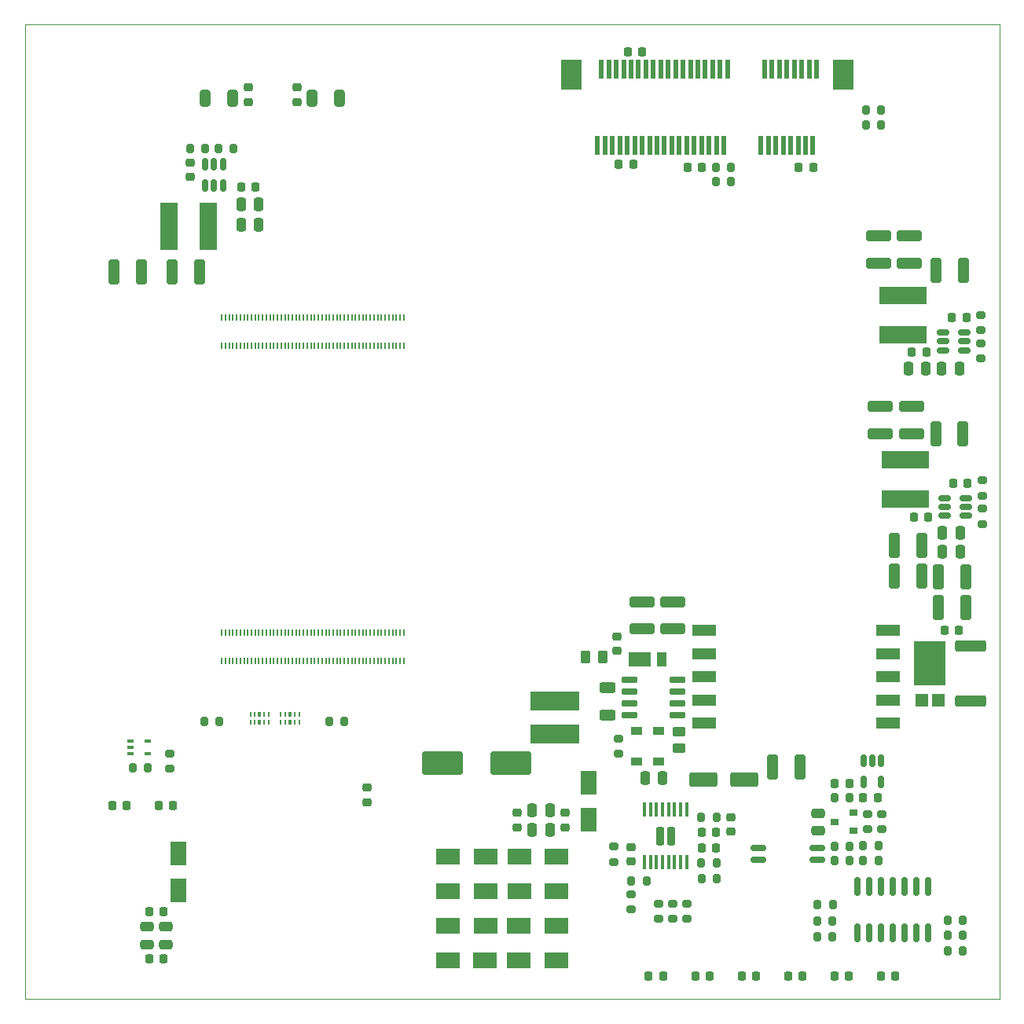
<source format=gbr>
G04 #@! TF.GenerationSoftware,KiCad,Pcbnew,5.99.0-unknown-50e22de3ba~107~ubuntu20.04.1*
G04 #@! TF.CreationDate,2021-01-25T09:59:02-06:00*
G04 #@! TF.ProjectId,AP3500,41503335-3030-42e6-9b69-6361645f7063,rev?*
G04 #@! TF.SameCoordinates,Original*
G04 #@! TF.FileFunction,Paste,Top*
G04 #@! TF.FilePolarity,Positive*
%FSLAX46Y46*%
G04 Gerber Fmt 4.6, Leading zero omitted, Abs format (unit mm)*
G04 Created by KiCad (PCBNEW 5.99.0-unknown-50e22de3ba~107~ubuntu20.04.1) date 2021-01-25 09:59:02*
%MOMM*%
%LPD*%
G01*
G04 APERTURE LIST*
G04 Aperture macros list*
%AMRoundRect*
0 Rectangle with rounded corners*
0 $1 Rounding radius*
0 $2 $3 $4 $5 $6 $7 $8 $9 X,Y pos of 4 corners*
0 Add a 4 corners polygon primitive as box body*
4,1,4,$2,$3,$4,$5,$6,$7,$8,$9,$2,$3,0*
0 Add four circle primitives for the rounded corners*
1,1,$1+$1,$2,$3*
1,1,$1+$1,$4,$5*
1,1,$1+$1,$6,$7*
1,1,$1+$1,$8,$9*
0 Add four rect primitives between the rounded corners*
20,1,$1+$1,$2,$3,$4,$5,0*
20,1,$1+$1,$4,$5,$6,$7,0*
20,1,$1+$1,$6,$7,$8,$9,0*
20,1,$1+$1,$8,$9,$2,$3,0*%
G04 Aperture macros list end*
G04 #@! TA.AperFunction,Profile*
%ADD10C,0.100000*%
G04 #@! TD*
%ADD11R,0.600000X2.000000*%
%ADD12R,2.300000X3.200000*%
%ADD13RoundRect,0.200000X-0.275000X0.200000X-0.275000X-0.200000X0.275000X-0.200000X0.275000X0.200000X0*%
%ADD14RoundRect,0.200000X-0.200000X-0.275000X0.200000X-0.275000X0.200000X0.275000X-0.200000X0.275000X0*%
%ADD15RoundRect,0.218750X-0.218750X-0.256250X0.218750X-0.256250X0.218750X0.256250X-0.218750X0.256250X0*%
%ADD16RoundRect,0.225000X-0.225000X-0.250000X0.225000X-0.250000X0.225000X0.250000X-0.225000X0.250000X0*%
%ADD17R,1.800000X2.500000*%
%ADD18RoundRect,0.250000X-0.250000X-0.475000X0.250000X-0.475000X0.250000X0.475000X-0.250000X0.475000X0*%
%ADD19RoundRect,0.250000X-0.325000X-1.100000X0.325000X-1.100000X0.325000X1.100000X-0.325000X1.100000X0*%
%ADD20RoundRect,0.150000X-0.150000X0.825000X-0.150000X-0.825000X0.150000X-0.825000X0.150000X0.825000X0*%
%ADD21RoundRect,0.200000X0.275000X-0.200000X0.275000X0.200000X-0.275000X0.200000X-0.275000X-0.200000X0*%
%ADD22RoundRect,0.150000X0.662500X0.150000X-0.662500X0.150000X-0.662500X-0.150000X0.662500X-0.150000X0*%
%ADD23RoundRect,0.200000X0.200000X0.275000X-0.200000X0.275000X-0.200000X-0.275000X0.200000X-0.275000X0*%
%ADD24R,2.500000X1.800000*%
%ADD25R,1.200000X0.900000*%
%ADD26R,5.100000X1.900000*%
%ADD27RoundRect,0.225000X0.250000X-0.225000X0.250000X0.225000X-0.250000X0.225000X-0.250000X-0.225000X0*%
%ADD28RoundRect,0.250000X-0.450000X0.262500X-0.450000X-0.262500X0.450000X-0.262500X0.450000X0.262500X0*%
%ADD29R,0.900000X0.800000*%
%ADD30RoundRect,0.250000X-0.475000X0.250000X-0.475000X-0.250000X0.475000X-0.250000X0.475000X0.250000X0*%
%ADD31RoundRect,0.150000X-0.512500X-0.150000X0.512500X-0.150000X0.512500X0.150000X-0.512500X0.150000X0*%
%ADD32RoundRect,0.225000X0.225000X0.250000X-0.225000X0.250000X-0.225000X-0.250000X0.225000X-0.250000X0*%
%ADD33RoundRect,0.150000X-0.725000X-0.150000X0.725000X-0.150000X0.725000X0.150000X-0.725000X0.150000X0*%
%ADD34RoundRect,0.250000X0.325000X1.100000X-0.325000X1.100000X-0.325000X-1.100000X0.325000X-1.100000X0*%
%ADD35RoundRect,0.218750X0.256250X-0.218750X0.256250X0.218750X-0.256250X0.218750X-0.256250X-0.218750X0*%
%ADD36RoundRect,0.050000X-0.050000X0.232500X-0.050000X-0.232500X0.050000X-0.232500X0.050000X0.232500X0*%
%ADD37RoundRect,0.033400X-0.066600X0.249100X-0.066600X-0.249100X0.066600X-0.249100X0.066600X0.249100X0*%
%ADD38RoundRect,0.050050X-0.124950X0.232450X-0.124950X-0.232450X0.124950X-0.232450X0.124950X0.232450X0*%
%ADD39RoundRect,0.225000X-0.250000X0.225000X-0.250000X-0.225000X0.250000X-0.225000X0.250000X0.225000X0*%
%ADD40RoundRect,0.250000X1.100000X-0.325000X1.100000X0.325000X-1.100000X0.325000X-1.100000X-0.325000X0*%
%ADD41R,2.400000X1.500000*%
%ADD42R,1.050000X1.500000*%
%ADD43R,1.900000X5.100000*%
%ADD44RoundRect,0.150000X-0.150000X0.512500X-0.150000X-0.512500X0.150000X-0.512500X0.150000X0.512500X0*%
%ADD45RoundRect,0.250000X1.950000X1.000000X-1.950000X1.000000X-1.950000X-1.000000X1.950000X-1.000000X0*%
%ADD46RoundRect,0.250000X-1.425000X0.362500X-1.425000X-0.362500X1.425000X-0.362500X1.425000X0.362500X0*%
%ADD47RoundRect,0.250000X0.325000X0.650000X-0.325000X0.650000X-0.325000X-0.650000X0.325000X-0.650000X0*%
%ADD48R,5.300000X2.000000*%
%ADD49RoundRect,0.250000X-0.262500X-0.450000X0.262500X-0.450000X0.262500X0.450000X-0.262500X0.450000X0*%
%ADD50R,0.200000X0.700000*%
%ADD51RoundRect,0.250000X-0.325000X-0.650000X0.325000X-0.650000X0.325000X0.650000X-0.325000X0.650000X0*%
%ADD52RoundRect,0.150000X0.150000X-0.512500X0.150000X0.512500X-0.150000X0.512500X-0.150000X-0.512500X0*%
%ADD53RoundRect,0.250000X0.475000X-0.250000X0.475000X0.250000X-0.475000X0.250000X-0.475000X-0.250000X0*%
%ADD54RoundRect,0.250000X-1.250000X-0.550000X1.250000X-0.550000X1.250000X0.550000X-1.250000X0.550000X0*%
%ADD55R,3.360000X4.860000*%
%ADD56R,1.390000X1.400000*%
%ADD57RoundRect,0.250000X0.250000X0.475000X-0.250000X0.475000X-0.250000X-0.475000X0.250000X-0.475000X0*%
%ADD58R,2.500000X1.300000*%
%ADD59RoundRect,0.250000X0.625000X-0.312500X0.625000X0.312500X-0.625000X0.312500X-0.625000X-0.312500X0*%
%ADD60R,0.650000X0.400000*%
%ADD61RoundRect,0.232500X0.232500X-0.757500X0.232500X0.757500X-0.232500X0.757500X-0.232500X-0.757500X0*%
%ADD62RoundRect,0.100000X0.100000X-0.687500X0.100000X0.687500X-0.100000X0.687500X-0.100000X-0.687500X0*%
%ADD63RoundRect,0.218750X0.218750X0.256250X-0.218750X0.256250X-0.218750X-0.256250X0.218750X-0.256250X0*%
G04 APERTURE END LIST*
D10*
X105000000Y0D02*
X105000000Y-105000000D01*
X0Y0D02*
X105000000Y0D01*
X0Y-105000000D02*
X105000000Y-105000000D01*
X0Y-105000000D02*
X0Y0D01*
D11*
X85306800Y-4797800D03*
X84906800Y-12997800D03*
X84506800Y-4797800D03*
X84106800Y-12997800D03*
X83706800Y-4797800D03*
X83306800Y-12997800D03*
X82906800Y-4797800D03*
X82506800Y-12997800D03*
X82106800Y-4797800D03*
X81706800Y-12997800D03*
X81306800Y-4797800D03*
X80906800Y-12997800D03*
X80506800Y-4797800D03*
X80106800Y-12997800D03*
X79706800Y-4797800D03*
X79306800Y-12997800D03*
X75706800Y-4797800D03*
X75306800Y-12997800D03*
X74906800Y-4797800D03*
X74506800Y-12997800D03*
X74106800Y-4797800D03*
X73706800Y-12997800D03*
X73306800Y-4797800D03*
X72906800Y-12997800D03*
X72506800Y-4797800D03*
X72106800Y-12997800D03*
X71706800Y-4797800D03*
X71306800Y-12997800D03*
X70906800Y-4797800D03*
X70506800Y-12997800D03*
X70106800Y-4797800D03*
X69706800Y-12997800D03*
X69306800Y-4797800D03*
X68906800Y-12997800D03*
X68506800Y-4797800D03*
X68106800Y-12997800D03*
X67706800Y-4797800D03*
X67306800Y-12997800D03*
X66906800Y-4797800D03*
X66506800Y-12997800D03*
X66106800Y-4797800D03*
X65706800Y-12997800D03*
X65306800Y-4797800D03*
X64906800Y-12997800D03*
X64506800Y-4797800D03*
X64106800Y-12997800D03*
X63706800Y-4797800D03*
X63306800Y-12997800D03*
X62906800Y-4797800D03*
X62506800Y-12997800D03*
X62106800Y-4797800D03*
X61706800Y-12997800D03*
D12*
X88156800Y-5397800D03*
X58856800Y-5397800D03*
D13*
X69777600Y-94707800D03*
X69777600Y-96357800D03*
D14*
X17790001Y-13328400D03*
X19440001Y-13328400D03*
D15*
X82212500Y-102500000D03*
X83787500Y-102500000D03*
D16*
X72932400Y-87023800D03*
X74482400Y-87023800D03*
D14*
X20838001Y-13328400D03*
X22488001Y-13328400D03*
D15*
X77212500Y-102500000D03*
X78787500Y-102500000D03*
D13*
X65332600Y-93691800D03*
X65332600Y-95341800D03*
D17*
X16558613Y-89295200D03*
X16558613Y-93295200D03*
D18*
X98766500Y-37071032D03*
X100666500Y-37071032D03*
D14*
X87216400Y-83301699D03*
X88866400Y-83301699D03*
D19*
X98407500Y-62764400D03*
X101357500Y-62764400D03*
D20*
X97341600Y-92877600D03*
X96071600Y-92877600D03*
X94801600Y-92877600D03*
X93531600Y-92877600D03*
X92261600Y-92877600D03*
X90991600Y-92877600D03*
X89721600Y-92877600D03*
X89721600Y-97827600D03*
X90991600Y-97827600D03*
X92261600Y-97827600D03*
X93531600Y-97827600D03*
X94801600Y-97827600D03*
X96071600Y-97827600D03*
X97341600Y-97827600D03*
D18*
X23309000Y-19406600D03*
X25209000Y-19406600D03*
D21*
X92334000Y-86692099D03*
X92334000Y-85042099D03*
D22*
X85366000Y-89942400D03*
X85366000Y-88672400D03*
X78991000Y-88672400D03*
X78991000Y-89942400D03*
D23*
X74532400Y-85372800D03*
X72882400Y-85372800D03*
D13*
X90784600Y-85042099D03*
X90784600Y-86692099D03*
D15*
X67212500Y-102500000D03*
X68787500Y-102500000D03*
D24*
X53256800Y-93369202D03*
X57256800Y-93369202D03*
D25*
X68294200Y-79378400D03*
X68294200Y-76078400D03*
D26*
X94895799Y-51124399D03*
X94895799Y-46924399D03*
D16*
X99881300Y-31592100D03*
X101431300Y-31592100D03*
D14*
X99412200Y-96521000D03*
X101062200Y-96521000D03*
D25*
X65890200Y-79377400D03*
X65890200Y-76077400D03*
D24*
X53244000Y-97079800D03*
X57244000Y-97079800D03*
D23*
X87028200Y-94844600D03*
X85378200Y-94844600D03*
D27*
X65332600Y-90173400D03*
X65332600Y-88623400D03*
D28*
X70463400Y-76165100D03*
X70463400Y-77990100D03*
D19*
X98165300Y-26451300D03*
X101115300Y-26451300D03*
D29*
X89244600Y-86842499D03*
X89244600Y-84942499D03*
X87244600Y-85892499D03*
D24*
X53224800Y-100788200D03*
X57224800Y-100788200D03*
D21*
X63935600Y-78552400D03*
X63935600Y-76902400D03*
D14*
X90586200Y-10821400D03*
X92236200Y-10821400D03*
X99412200Y-99772200D03*
X101062200Y-99772200D03*
D26*
X94611100Y-33428100D03*
X94611100Y-29228100D03*
D21*
X15604400Y-80175600D03*
X15604400Y-78525600D03*
D30*
X15223300Y-97196600D03*
X15223300Y-99096600D03*
D31*
X99066899Y-51018802D03*
X99066899Y-51968802D03*
X99066899Y-52918802D03*
X101341899Y-52918802D03*
X101341899Y-51968802D03*
X101341899Y-51018802D03*
D16*
X100000600Y-49428802D03*
X101550600Y-49428802D03*
D32*
X97321800Y-53087000D03*
X95771800Y-53087000D03*
X72934396Y-15406795D03*
X71384396Y-15406795D03*
D33*
X65119800Y-70564600D03*
X65119800Y-71834600D03*
X65119800Y-73104600D03*
X65119800Y-74374600D03*
X70269800Y-74374600D03*
X70269800Y-73104600D03*
X70269800Y-71834600D03*
X70269800Y-70564600D03*
D34*
X12579802Y-26671000D03*
X9629802Y-26671000D03*
D35*
X52994000Y-86488100D03*
X52994000Y-84913100D03*
D36*
X29567800Y-74306100D03*
D37*
X29067800Y-74306100D03*
D38*
X28567800Y-74306100D03*
D36*
X28067800Y-74306100D03*
D37*
X27567800Y-74306100D03*
X27567800Y-75141100D03*
D36*
X28067800Y-75141100D03*
D38*
X28567800Y-75141100D03*
D36*
X29067800Y-75141100D03*
X29567800Y-75141100D03*
D17*
X60736600Y-81668600D03*
X60736600Y-85668600D03*
D14*
X72882400Y-90358801D03*
X74532400Y-90358801D03*
X74420796Y-15397795D03*
X76070796Y-15397795D03*
D39*
X63813600Y-65926400D03*
X63813600Y-67476400D03*
D24*
X45604800Y-97079800D03*
X49604800Y-97079800D03*
D32*
X100656600Y-65228200D03*
X99106600Y-65228200D03*
D23*
X76070796Y-16930795D03*
X74420796Y-16930795D03*
D40*
X92127199Y-44098599D03*
X92127199Y-41148599D03*
D13*
X103125399Y-52159802D03*
X103125399Y-53809802D03*
X71322600Y-94716800D03*
X71322600Y-96366800D03*
D31*
X98960000Y-33182100D03*
X98960000Y-34132100D03*
X98960000Y-35082100D03*
X101235000Y-35082100D03*
X101235000Y-34132100D03*
X101235000Y-33182100D03*
D41*
X66265600Y-68352400D03*
D42*
X68640600Y-68352400D03*
D43*
X19732601Y-21735800D03*
X15532601Y-21735800D03*
D44*
X92268000Y-79293999D03*
X91318000Y-79293999D03*
X90368000Y-79293999D03*
X90368000Y-81568999D03*
X92268000Y-81568999D03*
D45*
X52397000Y-79528400D03*
X44997000Y-79528400D03*
D21*
X68253600Y-96357800D03*
X68253600Y-94707800D03*
D23*
X34438000Y-75058000D03*
X32788000Y-75058000D03*
D18*
X54670400Y-86790400D03*
X56570400Y-86790400D03*
D35*
X58196600Y-86488100D03*
X58196600Y-84913100D03*
D15*
X87212500Y-102500000D03*
X88787500Y-102500000D03*
D39*
X76056400Y-85372800D03*
X76056400Y-86922800D03*
D19*
X80525000Y-79960200D03*
X83475000Y-79960200D03*
D46*
X101862800Y-66939300D03*
X101862800Y-72864300D03*
D47*
X22405900Y-7900400D03*
X19455900Y-7900400D03*
D13*
X103125399Y-49111802D03*
X103125399Y-50761802D03*
D18*
X54670400Y-84631400D03*
X56570400Y-84631400D03*
D14*
X90305200Y-90056899D03*
X91955200Y-90056899D03*
D16*
X90327400Y-83301699D03*
X91877400Y-83301699D03*
D30*
X13115100Y-97196600D03*
X13115100Y-99096600D03*
D34*
X96632200Y-59459700D03*
X93682200Y-59459700D03*
D23*
X87016000Y-96546400D03*
X85366000Y-96546400D03*
D14*
X90586200Y-9195800D03*
X92236200Y-9195800D03*
D24*
X45614943Y-89682403D03*
X49614943Y-89682403D03*
D13*
X103018500Y-31275100D03*
X103018500Y-32925100D03*
D48*
X57057200Y-76401600D03*
X57057200Y-72901600D03*
D49*
X60411900Y-68174600D03*
X62236900Y-68174600D03*
D15*
X92212500Y-102500000D03*
X93787500Y-102500000D03*
D39*
X24037200Y-6795200D03*
X24037200Y-8345200D03*
D19*
X15903602Y-26671000D03*
X18853602Y-26671000D03*
D32*
X66517796Y-2960795D03*
X64967796Y-2960795D03*
D50*
X21217398Y-68561790D03*
X21217398Y-65481790D03*
X21617398Y-68561790D03*
X21617398Y-65481790D03*
X22017398Y-68561790D03*
X22017398Y-65481790D03*
X22417398Y-68561790D03*
X22417398Y-65481790D03*
X22817398Y-68561790D03*
X22817398Y-65481790D03*
X23217398Y-68561790D03*
X23217398Y-65481790D03*
X23617398Y-68561790D03*
X23617398Y-65481790D03*
X24017398Y-68561790D03*
X24017398Y-65481790D03*
X24417398Y-68561790D03*
X24417398Y-65481790D03*
X24817398Y-68561790D03*
X24817398Y-65481790D03*
X25217398Y-68561790D03*
X25217398Y-65481790D03*
X25617398Y-68561790D03*
X25617398Y-65481790D03*
X26017398Y-68561790D03*
X26017398Y-65481790D03*
X26417398Y-68561790D03*
X26417398Y-65481790D03*
X26817398Y-68561790D03*
X26817398Y-65481790D03*
X27217398Y-68561790D03*
X27217398Y-65481790D03*
X27617398Y-68561790D03*
X27617398Y-65481790D03*
X28017398Y-68561790D03*
X28017398Y-65481790D03*
X28417398Y-68561790D03*
X28417398Y-65481790D03*
X28817398Y-68561790D03*
X28817398Y-65481790D03*
X29217398Y-68561790D03*
X29217398Y-65481790D03*
X29617398Y-68561790D03*
X29617398Y-65481790D03*
X30017398Y-68561790D03*
X30017398Y-65481790D03*
X30417398Y-68561790D03*
X30417398Y-65481790D03*
X30817398Y-68561790D03*
X30817398Y-65481790D03*
X31217398Y-68561790D03*
X31217398Y-65481790D03*
X31617398Y-68561790D03*
X31617398Y-65481790D03*
X32017398Y-68561790D03*
X32017398Y-65481790D03*
X32417398Y-68561790D03*
X32417398Y-65481790D03*
X32817398Y-68561790D03*
X32817398Y-65481790D03*
X33217398Y-68561790D03*
X33217398Y-65481790D03*
X33617398Y-68561790D03*
X33617398Y-65481790D03*
X34017398Y-68561790D03*
X34017398Y-65481790D03*
X34417398Y-68561790D03*
X34417398Y-65481790D03*
X34817398Y-68561790D03*
X34817398Y-65481790D03*
X35217398Y-68561790D03*
X35217398Y-65481790D03*
X35617398Y-68561790D03*
X35617398Y-65481790D03*
X36017398Y-68561790D03*
X36017398Y-65481790D03*
X36417398Y-68561790D03*
X36417398Y-65481790D03*
X36817398Y-68561790D03*
X36817398Y-65481790D03*
X37217398Y-68561790D03*
X37217398Y-65481790D03*
X37617398Y-68561790D03*
X37617398Y-65481790D03*
X38017398Y-68561790D03*
X38017398Y-65481790D03*
X38417398Y-68561790D03*
X38417398Y-65481790D03*
X38817398Y-68561790D03*
X38817398Y-65481790D03*
X39217398Y-68561790D03*
X39217398Y-65481790D03*
X39617398Y-68561790D03*
X39617398Y-65481790D03*
X40017398Y-68561790D03*
X40017398Y-65481790D03*
X40417398Y-68561790D03*
X40417398Y-65481790D03*
X40817398Y-68561790D03*
X40817398Y-65481790D03*
X21217398Y-34641790D03*
X21217398Y-31561790D03*
X21617398Y-34641790D03*
X21617398Y-31561790D03*
X22017398Y-34641790D03*
X22017398Y-31561790D03*
X22417398Y-34641790D03*
X22417398Y-31561790D03*
X22817398Y-34641790D03*
X22817398Y-31561790D03*
X23217398Y-34641790D03*
X23217398Y-31561790D03*
X23617398Y-34641790D03*
X23617398Y-31561790D03*
X24017398Y-34641790D03*
X24017398Y-31561790D03*
X24417398Y-34641790D03*
X24417398Y-31561790D03*
X24817398Y-34641790D03*
X24817398Y-31561790D03*
X25217398Y-34641790D03*
X25217398Y-31561790D03*
X25617398Y-34641790D03*
X25617398Y-31561790D03*
X26017398Y-34641790D03*
X26017398Y-31561790D03*
X26417398Y-34641790D03*
X26417398Y-31561790D03*
X26817398Y-34641790D03*
X26817398Y-31561790D03*
X27217398Y-34641790D03*
X27217398Y-31561790D03*
X27617398Y-34641790D03*
X27617398Y-31561790D03*
X28017398Y-34641790D03*
X28017398Y-31561790D03*
X28417398Y-34641790D03*
X28417398Y-31561790D03*
X28817398Y-34641790D03*
X28817398Y-31561790D03*
X29217398Y-34641790D03*
X29217398Y-31561790D03*
X29617398Y-34641790D03*
X29617398Y-31561790D03*
X30017398Y-34641790D03*
X30017398Y-31561790D03*
X30417398Y-34641790D03*
X30417398Y-31561790D03*
X30817398Y-34641790D03*
X30817398Y-31561790D03*
X31217398Y-34641790D03*
X31217398Y-31561790D03*
X31617398Y-34641790D03*
X31617398Y-31561790D03*
X32017398Y-34641790D03*
X32017398Y-31561790D03*
X32417398Y-34641790D03*
X32417398Y-31561790D03*
X32817398Y-34641790D03*
X32817398Y-31561790D03*
X33217398Y-34641790D03*
X33217398Y-31561790D03*
X33617398Y-34641790D03*
X33617398Y-31561790D03*
X34017398Y-34641790D03*
X34017398Y-31561790D03*
X34417398Y-34641790D03*
X34417398Y-31561790D03*
X34817398Y-34641790D03*
X34817398Y-31561790D03*
X35217398Y-34641790D03*
X35217398Y-31561790D03*
X35617398Y-34641790D03*
X35617398Y-31561790D03*
X36017398Y-34641790D03*
X36017398Y-31561790D03*
X36417398Y-34641790D03*
X36417398Y-31561790D03*
X36817398Y-34641790D03*
X36817398Y-31561790D03*
X37217398Y-34641790D03*
X37217398Y-31561790D03*
X37617398Y-34641790D03*
X37617398Y-31561790D03*
X38017398Y-34641790D03*
X38017398Y-31561790D03*
X38417398Y-34641790D03*
X38417398Y-31561790D03*
X38817398Y-34641790D03*
X38817398Y-31561790D03*
X39217398Y-34641790D03*
X39217398Y-31561790D03*
X39617398Y-34641790D03*
X39617398Y-31561790D03*
X40017398Y-34641790D03*
X40017398Y-31561790D03*
X40417398Y-34641790D03*
X40417398Y-31561790D03*
X40817398Y-34641790D03*
X40817398Y-31561790D03*
D18*
X23312001Y-21532600D03*
X25212001Y-21532600D03*
D36*
X26291200Y-74306100D03*
D37*
X25791200Y-74306100D03*
D38*
X25291200Y-74306100D03*
D36*
X24791200Y-74306100D03*
D37*
X24291200Y-74306100D03*
X24291200Y-75141100D03*
D36*
X24791200Y-75141100D03*
D38*
X25291200Y-75141100D03*
D36*
X25791200Y-75141100D03*
X26291200Y-75141100D03*
D32*
X97113300Y-35267632D03*
X95563300Y-35267632D03*
D51*
X30945900Y-7900400D03*
X33895900Y-7900400D03*
D40*
X66475600Y-65130800D03*
X66475600Y-62180800D03*
D21*
X63479800Y-90234000D03*
X63479800Y-88584000D03*
D52*
X19441001Y-17336100D03*
X20391001Y-17336100D03*
X21341001Y-17336100D03*
X21341001Y-15061100D03*
X20391001Y-15061100D03*
X19441001Y-15061100D03*
D19*
X98117999Y-44096799D03*
X101067999Y-44096799D03*
D14*
X99412200Y-98146600D03*
X101062200Y-98146600D03*
D18*
X98870600Y-54738000D03*
X100770600Y-54738000D03*
D39*
X29298700Y-6795200D03*
X29298700Y-8345200D03*
D16*
X83366795Y-15373794D03*
X84916795Y-15373794D03*
X23286001Y-17468600D03*
X24836001Y-17468600D03*
D53*
X85450900Y-86852498D03*
X85450900Y-84952498D03*
D14*
X87196200Y-90071299D03*
X88846200Y-90071299D03*
D27*
X17853001Y-16398800D03*
X17853001Y-14848800D03*
D14*
X87196200Y-88520000D03*
X88846200Y-88520000D03*
D15*
X72212500Y-102500000D03*
X73787500Y-102500000D03*
D19*
X98406600Y-59462400D03*
X101356600Y-59462400D03*
D16*
X72932400Y-88674800D03*
X74482400Y-88674800D03*
D40*
X91944100Y-25691100D03*
X91944100Y-22741100D03*
D54*
X73134000Y-81343001D03*
X77534000Y-81343001D03*
D55*
X97519400Y-68781800D03*
D56*
X98439400Y-72763800D03*
X96599400Y-72763800D03*
D57*
X97069900Y-37071032D03*
X95169900Y-37071032D03*
D40*
X69777600Y-65130800D03*
X69777600Y-62180800D03*
D15*
X13369100Y-100686600D03*
X14944100Y-100686600D03*
D14*
X65332600Y-92230800D03*
X66982600Y-92230800D03*
D23*
X86990600Y-98273600D03*
X85340600Y-98273600D03*
D24*
X53254143Y-89682403D03*
X57254143Y-89682403D03*
D13*
X103018500Y-34323100D03*
X103018500Y-35973100D03*
D58*
X73198200Y-65259800D03*
X73198200Y-67759800D03*
X73198200Y-70259800D03*
X73198200Y-72759800D03*
X73198200Y-75259800D03*
X92998200Y-75259800D03*
X92998200Y-72759800D03*
X92998200Y-70259800D03*
X92998200Y-67759800D03*
X92998200Y-65259800D03*
D59*
X62792600Y-74374600D03*
X62792600Y-71449600D03*
D16*
X63988196Y-15025795D03*
X65538196Y-15025795D03*
D24*
X45617600Y-93369202D03*
X49617600Y-93369202D03*
D34*
X96606800Y-56135000D03*
X93656800Y-56135000D03*
D27*
X36889600Y-83783200D03*
X36889600Y-82233200D03*
D57*
X68695600Y-81156400D03*
X66795600Y-81156400D03*
D60*
X11352400Y-77227400D03*
X11352400Y-77877400D03*
X11352400Y-78527400D03*
X13252400Y-78527400D03*
X13252400Y-77227400D03*
D15*
X13369100Y-95606600D03*
X14944100Y-95606600D03*
D40*
X95246100Y-25691100D03*
X95246100Y-22741100D03*
X95556199Y-44098599D03*
X95556199Y-41148599D03*
D61*
X69595609Y-87404788D03*
X68435609Y-87404788D03*
D62*
X66740609Y-90267288D03*
X67390609Y-90267288D03*
X68040609Y-90267288D03*
X68690609Y-90267288D03*
X69340609Y-90267288D03*
X69990609Y-90267288D03*
X70640609Y-90267288D03*
X71290609Y-90267288D03*
X71290609Y-84542288D03*
X70640609Y-84542288D03*
X69990609Y-84542288D03*
X69340609Y-84542288D03*
X68690609Y-84542288D03*
X68040609Y-84542288D03*
X67390609Y-84542288D03*
X66740609Y-84542288D03*
D14*
X11604400Y-80100400D03*
X13254400Y-80100400D03*
D16*
X87266400Y-81752299D03*
X88816400Y-81752299D03*
D63*
X15961100Y-84135800D03*
X14386100Y-84135800D03*
D14*
X19326000Y-75083400D03*
X20976000Y-75083400D03*
X72894600Y-92002200D03*
X74544600Y-92002200D03*
D24*
X45585600Y-100788200D03*
X49585600Y-100788200D03*
D18*
X98873398Y-56795400D03*
X100773398Y-56795400D03*
D15*
X9406700Y-84125800D03*
X10981700Y-84125800D03*
D14*
X90303000Y-88483299D03*
X91953000Y-88483299D03*
M02*

</source>
